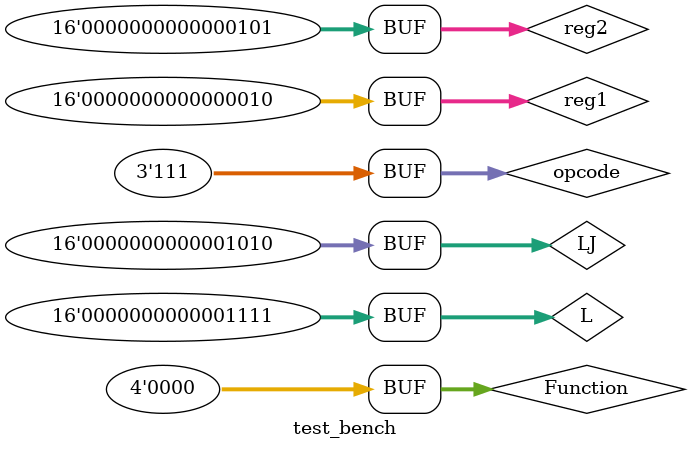
<source format=v>
`timescale 1ns / 1ps


module test_bench;

	// Inputs
	reg [2:0] opcode;
	reg [3:0] Function;
	reg [15:0] reg1;
	reg [15:0] reg2;
	reg [15:0] L;
	reg [15:0] LJ;

	// Outputs
	wire [15:0] alu_result;
	wire [15:0] pc_out;

	// Instantiate the Unit Under Test (UUT)
	mips_16 uut (
		.opcode(opcode), 
		.Function(Function), 
		.reg1(reg1), 
		.reg2(reg2),
		.L(L),
		.LJ(LJ),
		.alu_result(alu_result),
		.pc_out(pc_out)
		
	);

	initial begin
		// Initialize Inputs
		opcode = 0;
		Function = 0;
		reg1 = 0;
		reg2 = 0;
		L = 0;
		LJ = 0;

		// Wait 100 ns for global reset to finish
		#100;
		//add 1+2 = 3
		opcode = 3'b000;
		Function = 4'b0000;
		reg1 = 4'h0002;
		reg2 = 4'h0001;
		L = 4'h000F;
		LJ = 4'h000A;

		// Wait 100 ns for global reset to finish
		#100;
		//sub
		opcode = 3'b000;
		Function = 4'b0001;
		reg1 = 4'h0006;
		reg2 = 4'h0001;
		L = 4'h000F;
		LJ = 4'h000A;

		// Wait 100 ns for global reset to finish
		#100;
		//and 1 & 2 = 0
		opcode = 3'b000;
		Function = 4'b0010;
		reg1 = 4'h0006;
		reg2 = 4'h0001;
		L = 4'h000F;
		LJ = 4'h000A;

		// Wait 100 ns for global reset to finish
		#100;
		//or 1 | 2 = 3
		opcode = 3'b000;
		Function = 4'b0011;
		reg1 = 4'h0006;
		reg2 = 4'h0001;
		L = 4'h000F;
		LJ = 4'h000A;

		// Wait 100 ns for global reset to finish
		#100;
		//slti 1 < 3 => 1
		opcode = 3'b001;
		Function = 4'bxxxx;
		reg1 = 4'h0006;
		reg2 = 4'h0001;
		L = 4'h0000;
		LJ = 4'h0000;

		// Wait 100 ns for global reset to finish
		#100;
		//slti 1 > 3 => 0
		opcode = 3'b001;
		Function = 4'bxxxx;
		reg1 = 4'h0006;
		reg2 = 4'h0001;
		L = 4'h0000;
		LJ = 4'h0000;

		// Wait 100 ns for global reset to finish
		#100;
		//j pc_out =000a
		opcode = 3'b010;
		Function = 4'b0000;
		reg1 = 0;
		reg2 = 0;
		L = 4'h000F;
		LJ = 4'h000A;
		
		

		// Wait 100 ns for global reset to finish
		#100;
		//beq pc_out = 000f
		opcode = 3'b110;
		Function = 4'b0000;
		reg1 = 0;
		reg2 = 0;
		L = 4'h000F;
		LJ = 4'h000A;

		// Wait 100 ns for global reset to finish
		#100;
		//jal pc_out = 000a
		opcode = 3'b011;
		Function = 4'b0000;
		reg1 = 0;
		reg2 = 0;
		L = 4'h000F;
		LJ = 4'h000A;

		// Wait 100 ns for global reset to finish
		#100;
		/*
		opcode = 3'b100;
		Function = 4'b0000;
		reg1 = 0;
		reg2 = 0;
		L = 4'h0000;
		LJ = 4'h0000;

		// Wait 100 ns for global reset to finish
		#100;
		
		opcode = 3'b101;
		Function = 4'b0000;
		reg1 = 0;
		reg2 = 0;
		L = 4'h0000;
		LJ = 4'h0000;
      */
		// Wait 100 ns for global reset to finish
		#100;
		//addi 
		opcode = 3'b111;
		Function = 4'b0000;
		reg1 = 4'h0002;
		reg2 = 4'h0005;
		L = 4'h000F;
		LJ = 4'h000A;

		// Wait 100 ns for global reset to finish
		#100;
		
      
		
		// Add stimulus here

	end
      
endmodule


</source>
